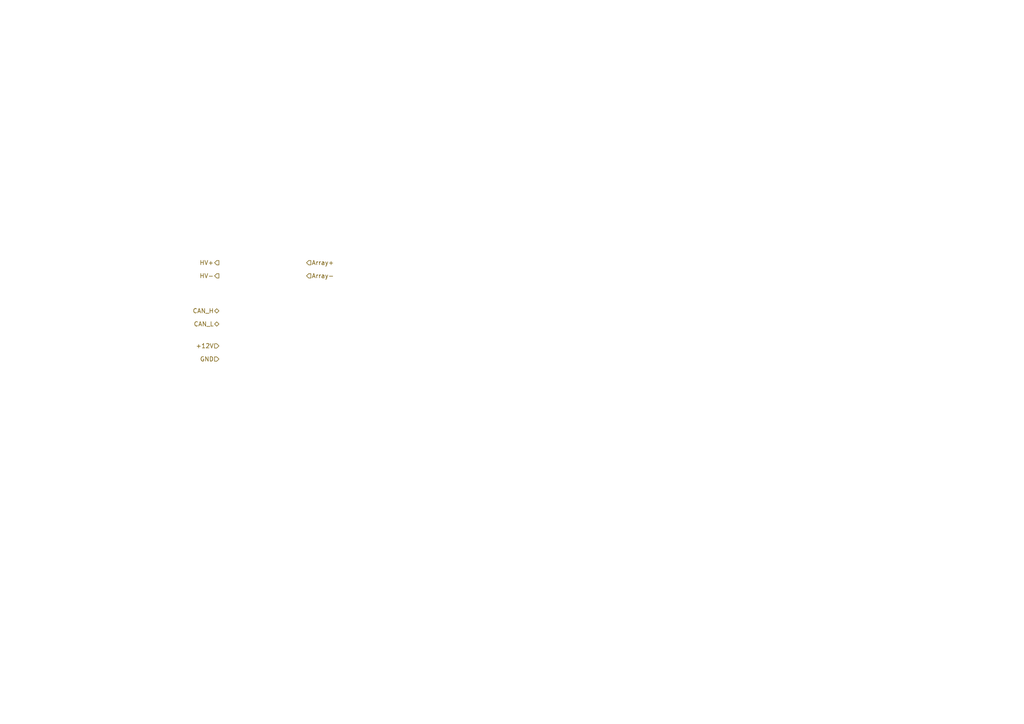
<source format=kicad_sch>
(kicad_sch (version 20230121) (generator eeschema)
  (paper "A4")
  (lib_symbols)
  (hierarchical_label "GND" (shape input) (at 63.5 104.14 180))
  (hierarchical_label "CAN_L" (shape bidirectional) (at 63.5 93.98 180))
  (hierarchical_label "HV-" (shape output) (at 63.5 80.01 180))
  (hierarchical_label "HV+" (shape output) (at 63.5 76.2 180))
  (hierarchical_label "Array+" (shape input) (at 88.9 76.2 0))
  (hierarchical_label "CAN_H" (shape bidirectional) (at 63.5 90.17 180))
  (hierarchical_label "Array-" (shape input) (at 88.9 80.01 0))
  (hierarchical_label "+12V" (shape input) (at 63.5 100.33 180))
)
</source>
